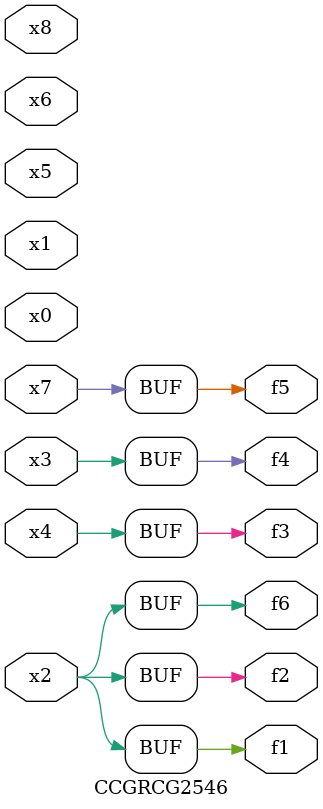
<source format=v>
module CCGRCG2546(
	input x0, x1, x2, x3, x4, x5, x6, x7, x8,
	output f1, f2, f3, f4, f5, f6
);
	assign f1 = x2;
	assign f2 = x2;
	assign f3 = x4;
	assign f4 = x3;
	assign f5 = x7;
	assign f6 = x2;
endmodule

</source>
